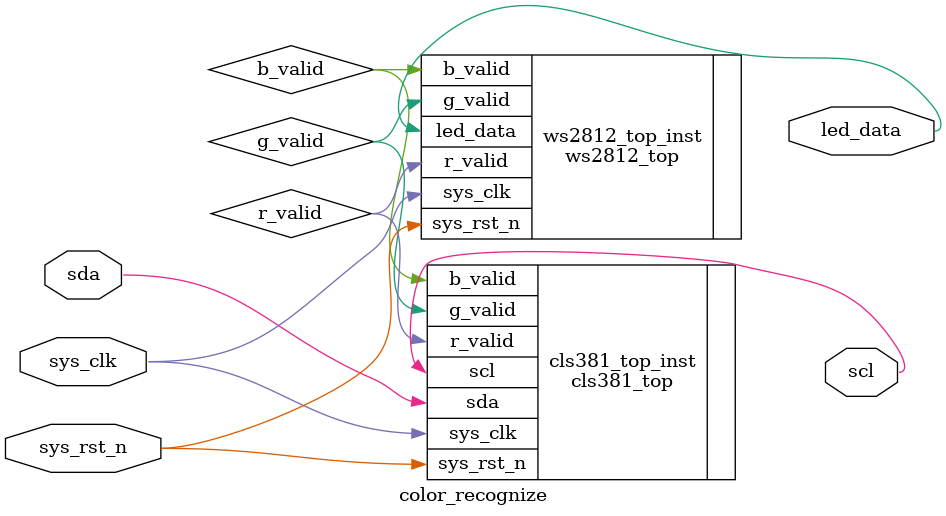
<source format=v>
module  color_recognize
(
	input	wire			sys_clk		,
	input	wire			sys_rst_n	,
	
	output	wire			scl			,
	output	wire			led_data	,
	
	inout	wire			sda	
);

wire	r_valid  ;
wire	g_valid  ;
wire	b_valid  ;

ws2812_top  ws2812_top_inst
(
	.sys_clk	(sys_clk	),
	.sys_rst_n	(sys_rst_n	),
	.r_valid	(r_valid	),
	.g_valid	(g_valid	),
	.b_valid	(b_valid	),
	.led_data   (led_data    )
);

cls381_top  cls381_top_inst
(
	.sys_clk	(sys_clk	)	,
	.sys_rst_n	(sys_rst_n	)	,
	.scl		(scl		)	,
	.r_valid	(r_valid	)	,
	.g_valid	(g_valid	)	,
	.b_valid	(b_valid	)	,
	.sda		(sda		)
);

endmodule

</source>
